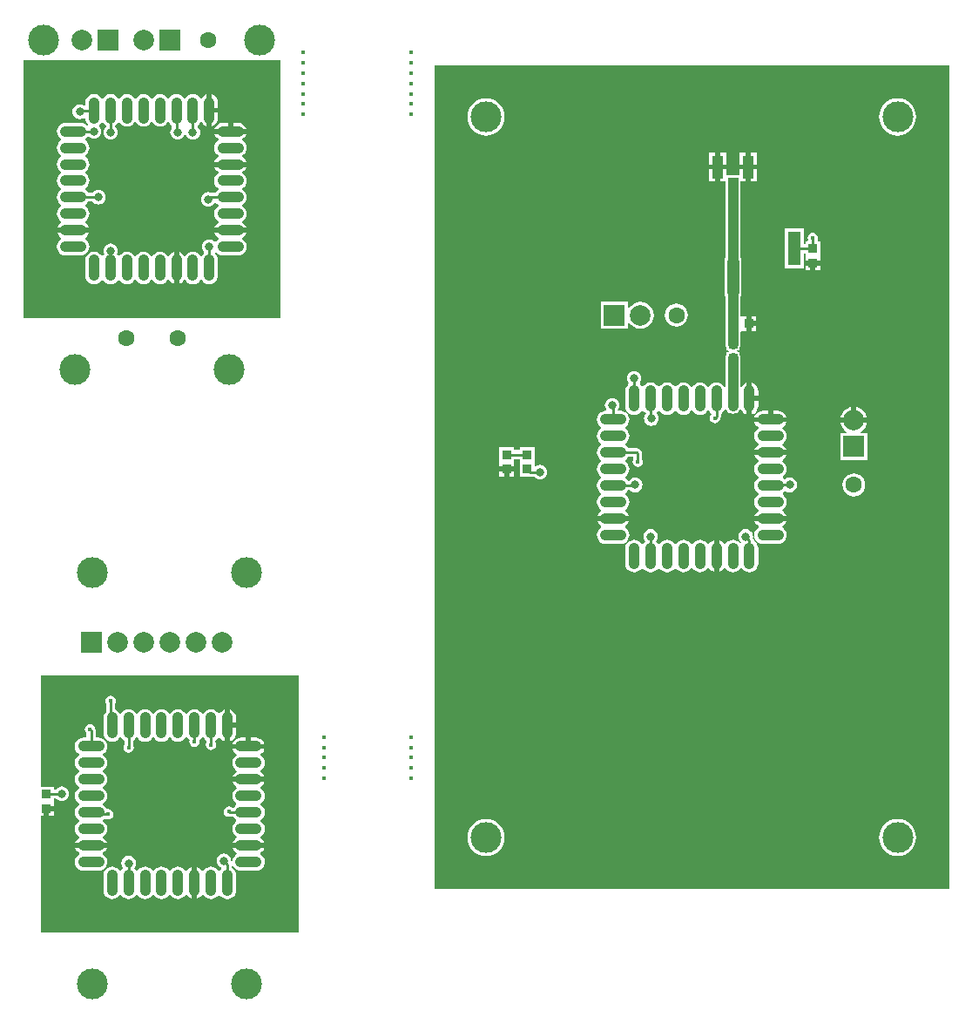
<source format=gtl>
G04 Layer_Physical_Order=1*
G04 Layer_Color=255*
%FSLAX44Y44*%
%MOMM*%
G71*
G01*
G75*
%ADD10R,0.8500X0.8500*%
%ADD11O,2.5500X1.1000*%
%ADD12O,1.1000X2.5500*%
%ADD13R,1.0500X2.2000*%
%ADD14R,1.0000X1.0500*%
%ADD15R,0.8500X0.8500*%
%ADD16R,1.2700X3.3000*%
%ADD17C,0.2540*%
%ADD18C,1.0000*%
%ADD19C,2.0000*%
%ADD20R,2.0000X2.0000*%
%ADD21R,2.0000X2.0000*%
%ADD22C,1.6000*%
%ADD23C,1.0000*%
%ADD24C,0.4600*%
%ADD25C,0.4000*%
%ADD26C,0.8000*%
%ADD27C,3.0000*%
G36*
X250000Y0D02*
X0D01*
Y113250D01*
X2500D01*
Y120500D01*
X5000D01*
Y123000D01*
X12250D01*
Y127250D01*
Y130646D01*
X14517D01*
X15008Y130007D01*
X16470Y128885D01*
X18173Y128180D01*
X20000Y127940D01*
X21827Y128180D01*
X23530Y128885D01*
X24992Y130007D01*
X26114Y131470D01*
X26820Y133173D01*
X27060Y135000D01*
X26820Y136827D01*
X26114Y138530D01*
X24992Y139992D01*
X23530Y141114D01*
X21827Y141820D01*
X20000Y142060D01*
X18173Y141820D01*
X16470Y141114D01*
X15008Y139992D01*
X14517Y139354D01*
X12250D01*
Y141750D01*
X0D01*
Y250000D01*
X250000D01*
Y0D01*
D02*
G37*
G36*
X232500Y597500D02*
X-17500D01*
Y847500D01*
X232500D01*
Y597500D01*
D02*
G37*
G36*
X882500Y42500D02*
X382500D01*
Y842500D01*
X882500D01*
Y42500D01*
D02*
G37*
%LPC*%
G36*
X47500Y202598D02*
X45549Y202210D01*
X43895Y201105D01*
X42790Y199451D01*
X42402Y197500D01*
X42790Y195549D01*
X43895Y193895D01*
X44146Y193727D01*
Y189573D01*
X41250D01*
X39031Y189281D01*
X36963Y188425D01*
X35188Y187062D01*
X33825Y185287D01*
X32969Y183219D01*
X32677Y181000D01*
X32969Y178781D01*
X33825Y176713D01*
X35188Y174938D01*
X36774Y173721D01*
X36879Y173000D01*
X36774Y172279D01*
X35188Y171062D01*
X33825Y169287D01*
X32969Y167219D01*
X32677Y165000D01*
X32969Y162781D01*
X33825Y160713D01*
X35188Y158938D01*
X36774Y157721D01*
X36879Y157000D01*
X36774Y156279D01*
X35188Y155062D01*
X33825Y153287D01*
X32969Y151219D01*
X32677Y149000D01*
X32969Y146781D01*
X33825Y144713D01*
X35188Y142938D01*
X36774Y141721D01*
X36879Y141000D01*
X36774Y140279D01*
X35188Y139062D01*
X33825Y137287D01*
X32969Y135219D01*
X32677Y133000D01*
X32969Y130781D01*
X33825Y128713D01*
X35188Y126938D01*
X36774Y125721D01*
X36879Y125000D01*
X36774Y124279D01*
X35188Y123062D01*
X33825Y121287D01*
X32969Y119219D01*
X32677Y117000D01*
X32969Y114781D01*
X33825Y112713D01*
X35188Y110938D01*
X36774Y109721D01*
X36879Y109000D01*
X36774Y108279D01*
X35188Y107062D01*
X33825Y105287D01*
X32969Y103219D01*
X32677Y101000D01*
X32969Y98781D01*
X33825Y96713D01*
X35188Y94938D01*
X36774Y93721D01*
X36879Y93000D01*
X36774Y92279D01*
X35188Y91062D01*
X33825Y89287D01*
X33085Y87500D01*
X48500D01*
X63915D01*
X63175Y89287D01*
X61812Y91062D01*
X60226Y92279D01*
X60121Y93000D01*
X60226Y93721D01*
X61812Y94938D01*
X63175Y96713D01*
X64031Y98781D01*
X64323Y101000D01*
X64031Y103219D01*
X63175Y105287D01*
X61812Y107062D01*
X60226Y108279D01*
X60121Y109000D01*
X60226Y109721D01*
X61433Y110646D01*
X62516D01*
X63049Y110290D01*
X65000Y109902D01*
X66951Y110290D01*
X68605Y111395D01*
X69710Y113049D01*
X70098Y115000D01*
X69710Y116951D01*
X68605Y118605D01*
X66951Y119710D01*
X65000Y120098D01*
X63769Y119853D01*
X63175Y121287D01*
X61812Y123062D01*
X60226Y124279D01*
X60121Y125000D01*
X60226Y125721D01*
X61812Y126938D01*
X63175Y128713D01*
X64031Y130781D01*
X64323Y133000D01*
X64031Y135219D01*
X63175Y137287D01*
X61812Y139062D01*
X60226Y140279D01*
X60121Y141000D01*
X60226Y141721D01*
X61812Y142938D01*
X63175Y144713D01*
X64031Y146781D01*
X64323Y149000D01*
X64031Y151219D01*
X63175Y153287D01*
X61812Y155062D01*
X60226Y156279D01*
X60121Y157000D01*
X60226Y157721D01*
X61812Y158938D01*
X63175Y160713D01*
X64031Y162781D01*
X64323Y165000D01*
X64031Y167219D01*
X63175Y169287D01*
X61812Y171062D01*
X60226Y172279D01*
X60121Y173000D01*
X60226Y173721D01*
X61812Y174938D01*
X63175Y176713D01*
X64031Y178781D01*
X64323Y181000D01*
X64031Y183219D01*
X63175Y185287D01*
X61812Y187062D01*
X60037Y188425D01*
X57969Y189281D01*
X55750Y189573D01*
X52854D01*
Y196500D01*
X52522Y198166D01*
X52441Y198287D01*
X52210Y199451D01*
X51105Y201105D01*
X49451Y202210D01*
X47500Y202598D01*
D02*
G37*
G36*
X12250Y118000D02*
X7500D01*
Y113250D01*
X12250D01*
Y118000D01*
D02*
G37*
G36*
X85000Y74560D02*
X83173Y74320D01*
X81470Y73615D01*
X80008Y72492D01*
X78885Y71030D01*
X78180Y69327D01*
X77940Y67500D01*
X78180Y65673D01*
X78885Y63970D01*
X79947Y62587D01*
X78938Y61812D01*
X77721Y60226D01*
X77000Y60121D01*
X76279Y60226D01*
X75062Y61812D01*
X73287Y63175D01*
X71219Y64031D01*
X69000Y64323D01*
X66781Y64031D01*
X64713Y63175D01*
X62938Y61812D01*
X61575Y60037D01*
X60719Y57969D01*
X60427Y55750D01*
Y41250D01*
X60719Y39031D01*
X61575Y36963D01*
X62938Y35188D01*
X64713Y33825D01*
X66781Y32969D01*
X69000Y32677D01*
X71219Y32969D01*
X73287Y33825D01*
X75062Y35188D01*
X76279Y36774D01*
X77000Y36879D01*
X77721Y36774D01*
X78938Y35188D01*
X80713Y33825D01*
X82781Y32969D01*
X85000Y32677D01*
X87219Y32969D01*
X89287Y33825D01*
X91062Y35188D01*
X92279Y36774D01*
X93000Y36879D01*
X93721Y36774D01*
X94938Y35188D01*
X96713Y33825D01*
X98781Y32969D01*
X101000Y32677D01*
X103219Y32969D01*
X105287Y33825D01*
X107062Y35188D01*
X108279Y36774D01*
X109000Y36879D01*
X109721Y36774D01*
X110938Y35188D01*
X112713Y33825D01*
X114781Y32969D01*
X117000Y32677D01*
X119219Y32969D01*
X121287Y33825D01*
X123062Y35188D01*
X124279Y36774D01*
X125000Y36879D01*
X125721Y36774D01*
X126938Y35188D01*
X128713Y33825D01*
X130781Y32969D01*
X133000Y32677D01*
X135219Y32969D01*
X137287Y33825D01*
X139062Y35188D01*
X140279Y36774D01*
X141000Y36879D01*
X141721Y36774D01*
X142938Y35188D01*
X144713Y33825D01*
X146500Y33085D01*
Y48500D01*
Y63915D01*
X144713Y63175D01*
X142938Y61812D01*
X141721Y60226D01*
X141000Y60121D01*
X140279Y60226D01*
X139062Y61812D01*
X137287Y63175D01*
X135219Y64031D01*
X133000Y64323D01*
X130781Y64031D01*
X128713Y63175D01*
X126938Y61812D01*
X125721Y60226D01*
X125000Y60121D01*
X124279Y60226D01*
X123062Y61812D01*
X121287Y63175D01*
X119219Y64031D01*
X117000Y64323D01*
X114781Y64031D01*
X112713Y63175D01*
X110938Y61812D01*
X109721Y60226D01*
X109000Y60121D01*
X108279Y60226D01*
X107062Y61812D01*
X105287Y63175D01*
X103219Y64031D01*
X101000Y64323D01*
X98781Y64031D01*
X96713Y63175D01*
X94938Y61812D01*
X93721Y60226D01*
X93000Y60121D01*
X92279Y60226D01*
X91062Y61812D01*
X90053Y62587D01*
X91115Y63970D01*
X91820Y65673D01*
X92060Y67500D01*
X91820Y69327D01*
X91115Y71030D01*
X89993Y72492D01*
X88530Y73615D01*
X86827Y74320D01*
X85000Y74560D01*
D02*
G37*
G36*
X63915Y82500D02*
X48500D01*
X33085D01*
X33825Y80713D01*
X35188Y78938D01*
X36774Y77721D01*
X36879Y77000D01*
X36774Y76279D01*
X35188Y75062D01*
X33825Y73287D01*
X32969Y71219D01*
X32677Y69000D01*
X32969Y66781D01*
X33825Y64713D01*
X35188Y62938D01*
X36963Y61575D01*
X39031Y60719D01*
X41250Y60427D01*
X55750D01*
X57969Y60719D01*
X60037Y61575D01*
X61812Y62938D01*
X63175Y64713D01*
X64031Y66781D01*
X64323Y69000D01*
X64031Y71219D01*
X63175Y73287D01*
X61812Y75062D01*
X60226Y76279D01*
X60121Y77000D01*
X60226Y77721D01*
X61812Y78938D01*
X63175Y80713D01*
X63915Y82500D01*
D02*
G37*
G36*
X216915D02*
X201500D01*
X186085D01*
X186825Y80713D01*
X188188Y78938D01*
X189774Y77721D01*
X189879Y77000D01*
X189774Y76279D01*
X188188Y75062D01*
X186825Y73287D01*
X185969Y71219D01*
X185797Y69917D01*
X184560Y70000D01*
X184320Y71827D01*
X183615Y73530D01*
X182492Y74992D01*
X181030Y76115D01*
X179327Y76820D01*
X177500Y77060D01*
X175673Y76820D01*
X173970Y76115D01*
X172508Y74992D01*
X171385Y73530D01*
X170680Y71827D01*
X170440Y70000D01*
X170680Y68173D01*
X171385Y66470D01*
X172508Y65008D01*
X173970Y63885D01*
X174998Y63460D01*
X175191Y62007D01*
X174938Y61812D01*
X173721Y60226D01*
X173000Y60121D01*
X172279Y60226D01*
X171062Y61812D01*
X169287Y63175D01*
X167219Y64031D01*
X165000Y64323D01*
X162781Y64031D01*
X160713Y63175D01*
X158938Y61812D01*
X157721Y60226D01*
X157000Y60121D01*
X156279Y60226D01*
X155062Y61812D01*
X153287Y63175D01*
X151500Y63915D01*
Y48500D01*
Y33085D01*
X153287Y33825D01*
X155062Y35188D01*
X156279Y36774D01*
X157000Y36879D01*
X157721Y36774D01*
X158938Y35188D01*
X160713Y33825D01*
X162781Y32969D01*
X165000Y32677D01*
X167219Y32969D01*
X169287Y33825D01*
X171062Y35188D01*
X172279Y36774D01*
X173000Y36879D01*
X173721Y36774D01*
X174938Y35188D01*
X176713Y33825D01*
X178781Y32969D01*
X181000Y32677D01*
X183219Y32969D01*
X185287Y33825D01*
X187062Y35188D01*
X188425Y36963D01*
X189281Y39031D01*
X189573Y41250D01*
Y55750D01*
X189281Y57969D01*
X188425Y60037D01*
X187062Y61812D01*
X185354Y63123D01*
Y64948D01*
X186624Y65200D01*
X186825Y64713D01*
X188188Y62938D01*
X189963Y61575D01*
X192031Y60719D01*
X194250Y60427D01*
X208750D01*
X210969Y60719D01*
X213037Y61575D01*
X214812Y62938D01*
X216175Y64713D01*
X217031Y66781D01*
X217323Y69000D01*
X217031Y71219D01*
X216175Y73287D01*
X214812Y75062D01*
X213226Y76279D01*
X213121Y77000D01*
X213226Y77721D01*
X214812Y78938D01*
X216175Y80713D01*
X216915Y82500D01*
D02*
G37*
G36*
X67500Y230098D02*
X65549Y229710D01*
X63895Y228605D01*
X62790Y226951D01*
X62402Y225000D01*
X62790Y223049D01*
X63146Y222516D01*
Y214972D01*
X62938Y214812D01*
X61575Y213037D01*
X60719Y210969D01*
X60427Y208750D01*
Y194250D01*
X60719Y192031D01*
X61575Y189963D01*
X62938Y188188D01*
X64713Y186825D01*
X66781Y185969D01*
X69000Y185677D01*
X71219Y185969D01*
X73287Y186825D01*
X75062Y188188D01*
X76279Y189774D01*
X77000Y189879D01*
X77721Y189774D01*
X78938Y188188D01*
X80646Y186877D01*
Y182484D01*
X80290Y181951D01*
X79902Y180000D01*
X80290Y178049D01*
X81395Y176395D01*
X83049Y175290D01*
X85000Y174902D01*
X86951Y175290D01*
X88605Y176395D01*
X89710Y178049D01*
X90098Y180000D01*
X89710Y181951D01*
X89354Y182484D01*
Y186877D01*
X91062Y188188D01*
X92279Y189774D01*
X93000Y189879D01*
X93721Y189774D01*
X94938Y188188D01*
X96713Y186825D01*
X98781Y185969D01*
X101000Y185677D01*
X103219Y185969D01*
X105287Y186825D01*
X107062Y188188D01*
X108279Y189774D01*
X109000Y189879D01*
X109721Y189774D01*
X110938Y188188D01*
X112713Y186825D01*
X114781Y185969D01*
X117000Y185677D01*
X119219Y185969D01*
X121287Y186825D01*
X123062Y188188D01*
X124279Y189774D01*
X125000Y189879D01*
X125721Y189774D01*
X126938Y188188D01*
X128713Y186825D01*
X130781Y185969D01*
X133000Y185677D01*
X135219Y185969D01*
X137287Y186825D01*
X139062Y188188D01*
X140279Y189774D01*
X141000Y189879D01*
X141721Y189774D01*
X142938Y188188D01*
X144208Y187213D01*
X143902Y185677D01*
X144290Y183726D01*
X145395Y182072D01*
X147049Y180967D01*
X149000Y180579D01*
X150951Y180967D01*
X152605Y182072D01*
X153710Y183726D01*
X154098Y185677D01*
X153792Y187213D01*
X155062Y188188D01*
X156279Y189774D01*
X157000Y189879D01*
X157721Y189774D01*
X158938Y188188D01*
X160646Y186877D01*
Y184984D01*
X160290Y184451D01*
X159902Y182500D01*
X160290Y180549D01*
X161395Y178895D01*
X163049Y177790D01*
X165000Y177402D01*
X166951Y177790D01*
X168605Y178895D01*
X169710Y180549D01*
X170098Y182500D01*
X169710Y184451D01*
X169354Y184984D01*
Y186877D01*
X171062Y188188D01*
X172279Y189774D01*
X173000Y189879D01*
X173721Y189774D01*
X174938Y188188D01*
X176713Y186825D01*
X178500Y186085D01*
Y201500D01*
Y216915D01*
X176713Y216175D01*
X174938Y214812D01*
X173721Y213226D01*
X173000Y213121D01*
X172279Y213226D01*
X171062Y214812D01*
X169287Y216175D01*
X167219Y217031D01*
X165000Y217323D01*
X162781Y217031D01*
X160713Y216175D01*
X158938Y214812D01*
X157721Y213226D01*
X157000Y213121D01*
X156279Y213226D01*
X155062Y214812D01*
X153287Y216175D01*
X151219Y217031D01*
X149000Y217323D01*
X146781Y217031D01*
X144713Y216175D01*
X142938Y214812D01*
X141721Y213226D01*
X141000Y213121D01*
X140279Y213226D01*
X139062Y214812D01*
X137287Y216175D01*
X135219Y217031D01*
X133000Y217323D01*
X130781Y217031D01*
X128713Y216175D01*
X126938Y214812D01*
X125721Y213226D01*
X125000Y213121D01*
X124279Y213226D01*
X123062Y214812D01*
X121287Y216175D01*
X119219Y217031D01*
X117000Y217323D01*
X114781Y217031D01*
X112713Y216175D01*
X110938Y214812D01*
X109721Y213226D01*
X109000Y213121D01*
X108279Y213226D01*
X107062Y214812D01*
X105287Y216175D01*
X103219Y217031D01*
X101000Y217323D01*
X98781Y217031D01*
X96713Y216175D01*
X94938Y214812D01*
X93721Y213226D01*
X93000Y213121D01*
X92279Y213226D01*
X91062Y214812D01*
X89287Y216175D01*
X87219Y217031D01*
X85000Y217323D01*
X82781Y217031D01*
X80713Y216175D01*
X78938Y214812D01*
X77721Y213226D01*
X77000Y213121D01*
X76279Y213226D01*
X75062Y214812D01*
X73287Y216175D01*
X71854Y216768D01*
Y222516D01*
X72210Y223049D01*
X72598Y225000D01*
X72210Y226951D01*
X71105Y228605D01*
X69451Y229710D01*
X67500Y230098D01*
D02*
G37*
G36*
X189573Y199000D02*
X183500D01*
Y186085D01*
X185287Y186825D01*
X187062Y188188D01*
X188425Y189963D01*
X189281Y192031D01*
X189573Y194250D01*
Y199000D01*
D02*
G37*
G36*
X183500Y216915D02*
Y204000D01*
X189573D01*
Y208750D01*
X189281Y210969D01*
X188425Y213037D01*
X187062Y214812D01*
X185287Y216175D01*
X183500Y216915D01*
D02*
G37*
G36*
X208750Y189573D02*
X204000D01*
Y183500D01*
X216915D01*
X216175Y185287D01*
X214812Y187062D01*
X213037Y188425D01*
X210969Y189281D01*
X208750Y189573D01*
D02*
G37*
G36*
X216915Y146500D02*
X201500D01*
X186085D01*
X186825Y144713D01*
X188188Y142938D01*
X189774Y141721D01*
X189879Y141000D01*
X189774Y140279D01*
X188188Y139062D01*
X186825Y137287D01*
X185969Y135219D01*
X185677Y133000D01*
X185969Y130781D01*
X186825Y128713D01*
X188188Y126938D01*
X189774Y125721D01*
X189879Y125000D01*
X189774Y124279D01*
X188188Y123062D01*
X186877Y121354D01*
X185732D01*
X184451Y122210D01*
X182500Y122598D01*
X180549Y122210D01*
X178895Y121105D01*
X177790Y119451D01*
X177402Y117500D01*
X177790Y115549D01*
X178895Y113895D01*
X180549Y112790D01*
X182500Y112402D01*
X183728Y112646D01*
X186877D01*
X188188Y110938D01*
X189774Y109721D01*
X189879Y109000D01*
X189774Y108279D01*
X188188Y107062D01*
X186825Y105287D01*
X185969Y103219D01*
X185677Y101000D01*
X185969Y98781D01*
X186825Y96713D01*
X188188Y94938D01*
X189774Y93721D01*
X189879Y93000D01*
X189774Y92279D01*
X188188Y91062D01*
X186825Y89287D01*
X186085Y87500D01*
X201500D01*
X216915D01*
X216175Y89287D01*
X214812Y91062D01*
X213226Y92279D01*
X213121Y93000D01*
X213226Y93721D01*
X214812Y94938D01*
X216175Y96713D01*
X217031Y98781D01*
X217323Y101000D01*
X217031Y103219D01*
X216175Y105287D01*
X214812Y107062D01*
X213226Y108279D01*
X213121Y109000D01*
X213226Y109721D01*
X214812Y110938D01*
X216175Y112713D01*
X217031Y114781D01*
X217323Y117000D01*
X217031Y119219D01*
X216175Y121287D01*
X214812Y123062D01*
X213226Y124279D01*
X213121Y125000D01*
X213226Y125721D01*
X214812Y126938D01*
X216175Y128713D01*
X217031Y130781D01*
X217323Y133000D01*
X217031Y135219D01*
X216175Y137287D01*
X214812Y139062D01*
X213226Y140279D01*
X213121Y141000D01*
X213226Y141721D01*
X214812Y142938D01*
X216175Y144713D01*
X216915Y146500D01*
D02*
G37*
G36*
X216915Y178500D02*
X201500D01*
X186085D01*
X186825Y176713D01*
X188188Y174938D01*
X189774Y173721D01*
X189879Y173000D01*
X189774Y172279D01*
X188188Y171062D01*
X186825Y169287D01*
X185969Y167219D01*
X185677Y165000D01*
X185969Y162781D01*
X186825Y160713D01*
X188188Y158938D01*
X189774Y157721D01*
X189879Y157000D01*
X189774Y156279D01*
X188188Y155062D01*
X186825Y153287D01*
X186085Y151500D01*
X201500D01*
X216915D01*
X216175Y153287D01*
X214812Y155062D01*
X213226Y156279D01*
X213121Y157000D01*
X213226Y157721D01*
X214812Y158938D01*
X216175Y160713D01*
X217031Y162781D01*
X217323Y165000D01*
X217031Y167219D01*
X216175Y169287D01*
X214812Y171062D01*
X213226Y172279D01*
X213121Y173000D01*
X213226Y173721D01*
X214812Y174938D01*
X216175Y176713D01*
X216915Y178500D01*
D02*
G37*
G36*
X199000Y189573D02*
X194250D01*
X192031Y189281D01*
X189963Y188425D01*
X188188Y187062D01*
X186825Y185287D01*
X186085Y183500D01*
X199000D01*
Y189573D01*
D02*
G37*
G36*
X199415Y776000D02*
X184000D01*
X168585D01*
X169325Y774213D01*
X170688Y772438D01*
X172274Y771221D01*
X172379Y770500D01*
X172274Y769779D01*
X170688Y768562D01*
X169325Y766787D01*
X168469Y764719D01*
X168177Y762500D01*
X168469Y760281D01*
X169325Y758213D01*
X170688Y756438D01*
X172274Y755221D01*
X172379Y754500D01*
X172274Y753779D01*
X170688Y752562D01*
X169325Y750787D01*
X168585Y749000D01*
X184000D01*
X199415D01*
X198675Y750787D01*
X197312Y752562D01*
X195726Y753779D01*
X195621Y754500D01*
X195726Y755221D01*
X197312Y756438D01*
X198675Y758213D01*
X199531Y760281D01*
X199823Y762500D01*
X199531Y764719D01*
X198675Y766787D01*
X197312Y768562D01*
X195726Y769779D01*
X195621Y770500D01*
X195726Y771221D01*
X197312Y772438D01*
X198675Y774213D01*
X199415Y776000D01*
D02*
G37*
G36*
X172073Y796500D02*
X166000D01*
Y783585D01*
X167787Y784325D01*
X169562Y785688D01*
X170925Y787463D01*
X171781Y789531D01*
X172073Y791750D01*
Y796500D01*
D02*
G37*
G36*
X166000Y814415D02*
Y801500D01*
X172073D01*
Y806250D01*
X171781Y808469D01*
X170925Y810537D01*
X169562Y812312D01*
X167787Y813675D01*
X166000Y814415D01*
D02*
G37*
G36*
X147500Y814823D02*
X145281Y814531D01*
X143213Y813675D01*
X141438Y812312D01*
X140221Y810726D01*
X139500Y810621D01*
X138779Y810726D01*
X137562Y812312D01*
X135787Y813675D01*
X133719Y814531D01*
X131500Y814823D01*
X129281Y814531D01*
X127213Y813675D01*
X125438Y812312D01*
X124221Y810726D01*
X123500Y810621D01*
X122779Y810726D01*
X121562Y812312D01*
X119787Y813675D01*
X117719Y814531D01*
X115500Y814823D01*
X113281Y814531D01*
X111213Y813675D01*
X109438Y812312D01*
X108221Y810726D01*
X107500Y810621D01*
X106779Y810726D01*
X105562Y812312D01*
X103787Y813675D01*
X101719Y814531D01*
X99500Y814823D01*
X97281Y814531D01*
X95213Y813675D01*
X93438Y812312D01*
X92221Y810726D01*
X91500Y810621D01*
X90779Y810726D01*
X89562Y812312D01*
X87787Y813675D01*
X85719Y814531D01*
X83500Y814823D01*
X81281Y814531D01*
X79213Y813675D01*
X77438Y812312D01*
X76221Y810726D01*
X75500Y810621D01*
X74779Y810726D01*
X73562Y812312D01*
X71787Y813675D01*
X69719Y814531D01*
X67500Y814823D01*
X65281Y814531D01*
X63213Y813675D01*
X61438Y812312D01*
X60221Y810726D01*
X59500Y810621D01*
X58779Y810726D01*
X57562Y812312D01*
X55787Y813675D01*
X53719Y814531D01*
X51500Y814823D01*
X49281Y814531D01*
X47213Y813675D01*
X45438Y812312D01*
X44075Y810537D01*
X43219Y808469D01*
X42927Y806250D01*
Y803354D01*
X41370D01*
X41030Y803614D01*
X39327Y804320D01*
X37500Y804560D01*
X35673Y804320D01*
X33970Y803614D01*
X32508Y802492D01*
X31386Y801030D01*
X30680Y799327D01*
X30440Y797500D01*
X30680Y795673D01*
X31386Y793970D01*
X32508Y792507D01*
X33970Y791385D01*
X35673Y790680D01*
X37500Y790440D01*
X39327Y790680D01*
X41030Y791385D01*
X41657Y791866D01*
X41973Y791837D01*
X42988Y791287D01*
X43219Y789531D01*
X44075Y787463D01*
X45438Y785688D01*
X45467Y785665D01*
X45547Y784453D01*
X44335Y784533D01*
X44312Y784562D01*
X42537Y785925D01*
X40469Y786781D01*
X38250Y787073D01*
X23750D01*
X21531Y786781D01*
X19463Y785925D01*
X17688Y784562D01*
X16325Y782787D01*
X15469Y780719D01*
X15177Y778500D01*
X15469Y776281D01*
X16325Y774213D01*
X17688Y772438D01*
X19274Y771221D01*
X19379Y770500D01*
X19274Y769779D01*
X17688Y768562D01*
X16325Y766787D01*
X15469Y764719D01*
X15177Y762500D01*
X15469Y760281D01*
X16325Y758213D01*
X17688Y756438D01*
X19274Y755221D01*
X19379Y754500D01*
X19274Y753779D01*
X17688Y752562D01*
X16325Y750787D01*
X15469Y748719D01*
X15177Y746500D01*
X15469Y744281D01*
X16325Y742213D01*
X17688Y740438D01*
X19274Y739221D01*
X19379Y738500D01*
X19274Y737779D01*
X17688Y736562D01*
X16325Y734787D01*
X15469Y732719D01*
X15177Y730500D01*
X15469Y728281D01*
X16325Y726213D01*
X17688Y724438D01*
X19274Y723221D01*
X19379Y722500D01*
X19274Y721779D01*
X17688Y720562D01*
X16325Y718787D01*
X15469Y716719D01*
X15177Y714500D01*
X15469Y712281D01*
X16325Y710213D01*
X17688Y708438D01*
X19274Y707221D01*
X19379Y706500D01*
X19274Y705779D01*
X17688Y704562D01*
X16325Y702787D01*
X15469Y700719D01*
X15177Y698500D01*
X15469Y696281D01*
X16325Y694213D01*
X17688Y692438D01*
X19274Y691221D01*
X19379Y690500D01*
X19274Y689779D01*
X17688Y688562D01*
X16325Y686787D01*
X15585Y685000D01*
X31000D01*
X46415D01*
X45675Y686787D01*
X44312Y688562D01*
X42726Y689779D01*
X42621Y690500D01*
X42726Y691221D01*
X44312Y692438D01*
X45675Y694213D01*
X46531Y696281D01*
X46823Y698500D01*
X46531Y700719D01*
X45675Y702787D01*
X44312Y704562D01*
X42726Y705779D01*
X42621Y706500D01*
X42726Y707221D01*
X44312Y708438D01*
X45623Y710146D01*
X50017D01*
X50508Y709508D01*
X51970Y708385D01*
X53673Y707680D01*
X55500Y707440D01*
X57327Y707680D01*
X59030Y708385D01*
X60493Y709508D01*
X61614Y710970D01*
X62320Y712673D01*
X62560Y714500D01*
X62320Y716327D01*
X61614Y718030D01*
X60493Y719492D01*
X59030Y720614D01*
X57327Y721320D01*
X55500Y721560D01*
X53673Y721320D01*
X51970Y720614D01*
X50508Y719492D01*
X50017Y718854D01*
X45623D01*
X44312Y720562D01*
X42726Y721779D01*
X42621Y722500D01*
X42726Y723221D01*
X44312Y724438D01*
X45675Y726213D01*
X46531Y728281D01*
X46823Y730500D01*
X46531Y732719D01*
X45675Y734787D01*
X44312Y736562D01*
X42726Y737779D01*
X42621Y738500D01*
X42726Y739221D01*
X44312Y740438D01*
X45675Y742213D01*
X46531Y744281D01*
X46823Y746500D01*
X46531Y748719D01*
X45675Y750787D01*
X44312Y752562D01*
X42726Y753779D01*
X42621Y754500D01*
X42726Y755221D01*
X44312Y756438D01*
X45675Y758213D01*
X46531Y760281D01*
X46823Y762500D01*
X46531Y764719D01*
X45675Y766787D01*
X44312Y768562D01*
X42726Y769779D01*
X42621Y770500D01*
X42726Y771221D01*
X44312Y772438D01*
X45020Y773360D01*
X46375Y773494D01*
X46640Y773406D01*
X47970Y772385D01*
X49673Y771680D01*
X51500Y771440D01*
X53327Y771680D01*
X55030Y772385D01*
X56492Y773508D01*
X57614Y774970D01*
X58320Y776673D01*
X58560Y778500D01*
X58320Y780327D01*
X57614Y782030D01*
X56492Y783492D01*
X56640Y784980D01*
X57562Y785688D01*
X58779Y787274D01*
X59500Y787379D01*
X60221Y787274D01*
X61438Y785688D01*
X63146Y784377D01*
Y782983D01*
X62508Y782492D01*
X61386Y781030D01*
X60680Y779327D01*
X60440Y777500D01*
X60680Y775673D01*
X61386Y773970D01*
X62508Y772507D01*
X63970Y771385D01*
X65673Y770680D01*
X67500Y770440D01*
X69327Y770680D01*
X71030Y771385D01*
X72492Y772507D01*
X73615Y773970D01*
X74320Y775673D01*
X74560Y777500D01*
X74320Y779327D01*
X73615Y781030D01*
X72492Y782492D01*
X71854Y782983D01*
Y784377D01*
X73562Y785688D01*
X74779Y787274D01*
X75500Y787379D01*
X76221Y787274D01*
X77438Y785688D01*
X79213Y784325D01*
X81281Y783469D01*
X83500Y783177D01*
X85719Y783469D01*
X87787Y784325D01*
X89562Y785688D01*
X90779Y787274D01*
X91500Y787379D01*
X92221Y787274D01*
X93438Y785688D01*
X95213Y784325D01*
X97281Y783469D01*
X99500Y783177D01*
X101719Y783469D01*
X103787Y784325D01*
X105562Y785688D01*
X106779Y787274D01*
X107500Y787379D01*
X108221Y787274D01*
X109438Y785688D01*
X111213Y784325D01*
X113281Y783469D01*
X115500Y783177D01*
X117719Y783469D01*
X119787Y784325D01*
X121562Y785688D01*
X122779Y787274D01*
X123500Y787379D01*
X124221Y787274D01*
X125438Y785688D01*
X127146Y784377D01*
Y782022D01*
X126385Y781030D01*
X125680Y779327D01*
X125440Y777500D01*
X125680Y775673D01*
X126385Y773970D01*
X127508Y772507D01*
X128970Y771385D01*
X130673Y770680D01*
X132500Y770440D01*
X134327Y770680D01*
X136030Y771385D01*
X137493Y772507D01*
X138615Y773970D01*
X139320Y775673D01*
X139360Y775974D01*
X140640D01*
X140680Y775673D01*
X141385Y773970D01*
X142508Y772507D01*
X143970Y771385D01*
X145673Y770680D01*
X147500Y770440D01*
X149327Y770680D01*
X151030Y771385D01*
X152493Y772507D01*
X153615Y773970D01*
X154320Y775673D01*
X154560Y777500D01*
X154320Y779327D01*
X153615Y781030D01*
X152493Y782492D01*
X151854Y782983D01*
Y784377D01*
X153562Y785688D01*
X154779Y787274D01*
X155500Y787379D01*
X156221Y787274D01*
X157438Y785688D01*
X159213Y784325D01*
X161000Y783585D01*
Y799000D01*
Y814415D01*
X159213Y813675D01*
X157438Y812312D01*
X156221Y810726D01*
X155500Y810621D01*
X154779Y810726D01*
X153562Y812312D01*
X151787Y813675D01*
X149719Y814531D01*
X147500Y814823D01*
D02*
G37*
G36*
X191250Y787073D02*
X186500D01*
Y781000D01*
X199415D01*
X198675Y782787D01*
X197312Y784562D01*
X195537Y785925D01*
X193469Y786781D01*
X191250Y787073D01*
D02*
G37*
G36*
X181500D02*
X176750D01*
X174531Y786781D01*
X172463Y785925D01*
X170688Y784562D01*
X169325Y782787D01*
X168585Y781000D01*
X181500D01*
Y787073D01*
D02*
G37*
G36*
X46415Y680000D02*
X31000D01*
X15585D01*
X16325Y678213D01*
X17688Y676438D01*
X19274Y675221D01*
X19379Y674500D01*
X19274Y673779D01*
X17688Y672562D01*
X16325Y670787D01*
X15469Y668719D01*
X15177Y666500D01*
X15469Y664281D01*
X16325Y662213D01*
X17688Y660438D01*
X19463Y659075D01*
X21531Y658219D01*
X23750Y657927D01*
X38250D01*
X40469Y658219D01*
X42537Y659075D01*
X44312Y660438D01*
X45675Y662213D01*
X46531Y664281D01*
X46823Y666500D01*
X46531Y668719D01*
X45675Y670787D01*
X44312Y672562D01*
X42726Y673779D01*
X42621Y674500D01*
X42726Y675221D01*
X44312Y676438D01*
X45675Y678213D01*
X46415Y680000D01*
D02*
G37*
G36*
X199415D02*
X184000D01*
X168585D01*
X169325Y678213D01*
X170688Y676438D01*
X172274Y675221D01*
X172379Y674500D01*
X172274Y673779D01*
X170688Y672562D01*
X169980Y671640D01*
X168633Y671506D01*
X168350Y671602D01*
X167030Y672615D01*
X165327Y673320D01*
X163500Y673560D01*
X161673Y673320D01*
X159970Y672615D01*
X158508Y671492D01*
X157386Y670030D01*
X156680Y668327D01*
X156440Y666500D01*
X156680Y664673D01*
X157386Y662970D01*
X158508Y661508D01*
X158360Y660020D01*
X157438Y659312D01*
X156221Y657726D01*
X155500Y657621D01*
X154779Y657726D01*
X153562Y659312D01*
X151787Y660675D01*
X149719Y661531D01*
X147500Y661823D01*
X145281Y661531D01*
X143213Y660675D01*
X141438Y659312D01*
X140221Y657726D01*
X139500Y657621D01*
X138779Y657726D01*
X137562Y659312D01*
X135787Y660675D01*
X134000Y661415D01*
Y646000D01*
Y630585D01*
X135787Y631325D01*
X137562Y632688D01*
X138779Y634274D01*
X139500Y634379D01*
X140221Y634274D01*
X141438Y632688D01*
X143213Y631325D01*
X145281Y630469D01*
X147500Y630177D01*
X149719Y630469D01*
X151787Y631325D01*
X153562Y632688D01*
X154779Y634274D01*
X155500Y634379D01*
X156221Y634274D01*
X157438Y632688D01*
X159213Y631325D01*
X161281Y630469D01*
X163500Y630177D01*
X165719Y630469D01*
X167787Y631325D01*
X169562Y632688D01*
X170925Y634463D01*
X171781Y636531D01*
X172073Y638750D01*
Y653250D01*
X171781Y655469D01*
X170925Y657537D01*
X169562Y659312D01*
X169533Y659335D01*
X169453Y660547D01*
X170665Y660467D01*
X170688Y660438D01*
X172463Y659075D01*
X174531Y658219D01*
X176750Y657927D01*
X191250D01*
X193469Y658219D01*
X195537Y659075D01*
X197312Y660438D01*
X198675Y662213D01*
X199531Y664281D01*
X199823Y666500D01*
X199531Y668719D01*
X198675Y670787D01*
X197312Y672562D01*
X195726Y673779D01*
X195621Y674500D01*
X195726Y675221D01*
X197312Y676438D01*
X198675Y678213D01*
X199415Y680000D01*
D02*
G37*
G36*
Y744000D02*
X184000D01*
X168585D01*
X169325Y742213D01*
X170688Y740438D01*
X172274Y739221D01*
X172379Y738500D01*
X172274Y737779D01*
X170688Y736562D01*
X169325Y734787D01*
X168469Y732719D01*
X168177Y730500D01*
X168469Y728281D01*
X169325Y726213D01*
X170688Y724438D01*
X172274Y723221D01*
X172379Y722500D01*
X172274Y721779D01*
X170688Y720562D01*
X169377Y718854D01*
X165453D01*
X164327Y719320D01*
X162500Y719560D01*
X160673Y719320D01*
X158970Y718615D01*
X157508Y717492D01*
X156385Y716030D01*
X155680Y714327D01*
X155440Y712500D01*
X155680Y710673D01*
X156385Y708970D01*
X157508Y707508D01*
X158970Y706385D01*
X160673Y705680D01*
X162500Y705440D01*
X164327Y705680D01*
X166030Y706385D01*
X167493Y707508D01*
X168615Y708970D01*
X168637Y709024D01*
X170091Y709215D01*
X170688Y708438D01*
X172274Y707221D01*
X172379Y706500D01*
X172274Y705779D01*
X170688Y704562D01*
X169325Y702787D01*
X168469Y700719D01*
X168177Y698500D01*
X168469Y696281D01*
X169325Y694213D01*
X170688Y692438D01*
X172274Y691221D01*
X172379Y690500D01*
X172274Y689779D01*
X170688Y688562D01*
X169325Y686787D01*
X168585Y685000D01*
X184000D01*
X199415D01*
X198675Y686787D01*
X197312Y688562D01*
X195726Y689779D01*
X195621Y690500D01*
X195726Y691221D01*
X197312Y692438D01*
X198675Y694213D01*
X199531Y696281D01*
X199823Y698500D01*
X199531Y700719D01*
X198675Y702787D01*
X197312Y704562D01*
X195726Y705779D01*
X195621Y706500D01*
X195726Y707221D01*
X197312Y708438D01*
X198675Y710213D01*
X199531Y712281D01*
X199823Y714500D01*
X199531Y716719D01*
X198675Y718787D01*
X197312Y720562D01*
X195726Y721779D01*
X195621Y722500D01*
X195726Y723221D01*
X197312Y724438D01*
X198675Y726213D01*
X199531Y728281D01*
X199823Y730500D01*
X199531Y732719D01*
X198675Y734787D01*
X197312Y736562D01*
X195726Y737779D01*
X195621Y738500D01*
X195726Y739221D01*
X197312Y740438D01*
X198675Y742213D01*
X199415Y744000D01*
D02*
G37*
G36*
X67500Y669560D02*
X65673Y669320D01*
X63970Y668615D01*
X62508Y667492D01*
X61386Y666030D01*
X60680Y664327D01*
X60440Y662500D01*
X60680Y660673D01*
X61312Y659148D01*
X60221Y657726D01*
X59500Y657621D01*
X58779Y657726D01*
X57562Y659312D01*
X55787Y660675D01*
X53719Y661531D01*
X51500Y661823D01*
X49281Y661531D01*
X47213Y660675D01*
X45438Y659312D01*
X44075Y657537D01*
X43219Y655469D01*
X42927Y653250D01*
Y638750D01*
X43219Y636531D01*
X44075Y634463D01*
X45438Y632688D01*
X47213Y631325D01*
X49281Y630469D01*
X51500Y630177D01*
X53719Y630469D01*
X55787Y631325D01*
X57562Y632688D01*
X58779Y634274D01*
X59500Y634379D01*
X60221Y634274D01*
X61438Y632688D01*
X63213Y631325D01*
X65281Y630469D01*
X67500Y630177D01*
X69719Y630469D01*
X71787Y631325D01*
X73562Y632688D01*
X74779Y634274D01*
X75500Y634379D01*
X76221Y634274D01*
X77438Y632688D01*
X79213Y631325D01*
X81281Y630469D01*
X83500Y630177D01*
X85719Y630469D01*
X87787Y631325D01*
X89562Y632688D01*
X90779Y634274D01*
X91500Y634379D01*
X92221Y634274D01*
X93438Y632688D01*
X95213Y631325D01*
X97281Y630469D01*
X99500Y630177D01*
X101719Y630469D01*
X103787Y631325D01*
X105562Y632688D01*
X106779Y634274D01*
X107500Y634379D01*
X108221Y634274D01*
X109438Y632688D01*
X111213Y631325D01*
X113281Y630469D01*
X115500Y630177D01*
X117719Y630469D01*
X119787Y631325D01*
X121562Y632688D01*
X122779Y634274D01*
X123500Y634379D01*
X124221Y634274D01*
X125438Y632688D01*
X127213Y631325D01*
X129000Y630585D01*
Y646000D01*
Y661415D01*
X127213Y660675D01*
X125438Y659312D01*
X124221Y657726D01*
X123500Y657621D01*
X122779Y657726D01*
X121562Y659312D01*
X119787Y660675D01*
X117719Y661531D01*
X115500Y661823D01*
X113281Y661531D01*
X111213Y660675D01*
X109438Y659312D01*
X108221Y657726D01*
X107500Y657621D01*
X106779Y657726D01*
X105562Y659312D01*
X103787Y660675D01*
X101719Y661531D01*
X99500Y661823D01*
X97281Y661531D01*
X95213Y660675D01*
X93438Y659312D01*
X92221Y657726D01*
X91500Y657621D01*
X90779Y657726D01*
X89562Y659312D01*
X87787Y660675D01*
X85719Y661531D01*
X83500Y661823D01*
X81281Y661531D01*
X79213Y660675D01*
X77438Y659312D01*
X76221Y657726D01*
X75500Y657621D01*
X74779Y657726D01*
X73688Y659148D01*
X74320Y660673D01*
X74560Y662500D01*
X74320Y664327D01*
X73615Y666030D01*
X72492Y667492D01*
X71030Y668615D01*
X69327Y669320D01*
X67500Y669560D01*
D02*
G37*
G36*
X724415Y464000D02*
X709000D01*
X693585D01*
X694325Y462213D01*
X695688Y460438D01*
X697274Y459221D01*
X697379Y458500D01*
X697274Y457779D01*
X695688Y456562D01*
X694325Y454787D01*
X693469Y452719D01*
X693177Y450500D01*
X693469Y448281D01*
X694325Y446213D01*
X695688Y444438D01*
X697274Y443221D01*
X697379Y442500D01*
X697274Y441779D01*
X695688Y440562D01*
X694325Y438787D01*
X693469Y436719D01*
X693177Y434500D01*
X693469Y432281D01*
X694325Y430213D01*
X695688Y428438D01*
X697274Y427221D01*
X697379Y426500D01*
X697274Y425779D01*
X695688Y424562D01*
X694325Y422787D01*
X693469Y420719D01*
X693177Y418500D01*
X693469Y416281D01*
X694325Y414213D01*
X695688Y412438D01*
X697274Y411221D01*
X697379Y410500D01*
X697274Y409779D01*
X695688Y408562D01*
X694325Y406787D01*
X693585Y405000D01*
X709000D01*
X724415D01*
X723675Y406787D01*
X722312Y408562D01*
X720726Y409779D01*
X720621Y410500D01*
X720726Y411221D01*
X722312Y412438D01*
X723675Y414213D01*
X724531Y416281D01*
X724823Y418500D01*
X724531Y420719D01*
X723675Y422787D01*
X722312Y424562D01*
X720726Y425779D01*
X720621Y426500D01*
X720726Y427221D01*
X722312Y428438D01*
X723143Y429520D01*
X723970Y428885D01*
X725673Y428180D01*
X727500Y427940D01*
X729327Y428180D01*
X731030Y428885D01*
X732493Y430008D01*
X733615Y431470D01*
X734320Y433173D01*
X734560Y435000D01*
X734320Y436827D01*
X733615Y438530D01*
X732493Y439992D01*
X731030Y441115D01*
X729327Y441820D01*
X727500Y442060D01*
X725673Y441820D01*
X723970Y441115D01*
X722660Y440109D01*
X722312Y440562D01*
X720726Y441779D01*
X720621Y442500D01*
X720726Y443221D01*
X722312Y444438D01*
X723675Y446213D01*
X724531Y448281D01*
X724823Y450500D01*
X724531Y452719D01*
X723675Y454787D01*
X722312Y456562D01*
X720726Y457779D01*
X720621Y458500D01*
X720726Y459221D01*
X722312Y460438D01*
X723675Y462213D01*
X724415Y464000D01*
D02*
G37*
G36*
X450000Y448000D02*
X445250D01*
Y443250D01*
X450000D01*
Y448000D01*
D02*
G37*
G36*
X724415Y400000D02*
X709000D01*
X693585D01*
X694325Y398213D01*
X695688Y396438D01*
X697274Y395221D01*
X697379Y394500D01*
X697274Y393779D01*
X695688Y392562D01*
X694325Y390787D01*
X693469Y388719D01*
X693177Y386500D01*
X693469Y384281D01*
X694325Y382213D01*
X695688Y380438D01*
X697463Y379075D01*
X699531Y378219D01*
X701750Y377927D01*
X716250D01*
X718469Y378219D01*
X720537Y379075D01*
X722312Y380438D01*
X723675Y382213D01*
X724531Y384281D01*
X724823Y386500D01*
X724531Y388719D01*
X723675Y390787D01*
X722312Y392562D01*
X720726Y393779D01*
X720621Y394500D01*
X720726Y395221D01*
X722312Y396438D01*
X723675Y398213D01*
X724415Y400000D01*
D02*
G37*
G36*
X571415Y400000D02*
X556000D01*
X540585D01*
X541325Y398213D01*
X542688Y396438D01*
X544274Y395221D01*
X544379Y394500D01*
X544274Y393779D01*
X542688Y392562D01*
X541325Y390787D01*
X540469Y388719D01*
X540177Y386500D01*
X540469Y384281D01*
X541325Y382213D01*
X542688Y380438D01*
X544463Y379075D01*
X546531Y378219D01*
X548750Y377927D01*
X563250D01*
X565469Y378219D01*
X567537Y379075D01*
X569312Y380438D01*
X570675Y382213D01*
X571531Y384281D01*
X571823Y386500D01*
X571531Y388719D01*
X570675Y390787D01*
X569312Y392562D01*
X567726Y393779D01*
X567621Y394500D01*
X567726Y395221D01*
X569312Y396438D01*
X570675Y398213D01*
X571415Y400000D01*
D02*
G37*
G36*
X790000Y446095D02*
X787128Y445717D01*
X784453Y444608D01*
X782155Y442845D01*
X780392Y440547D01*
X779283Y437872D01*
X778905Y435000D01*
X779283Y432128D01*
X780392Y429453D01*
X782155Y427155D01*
X784453Y425392D01*
X787128Y424283D01*
X790000Y423905D01*
X792872Y424283D01*
X795547Y425392D01*
X797845Y427155D01*
X799609Y429453D01*
X800717Y432128D01*
X801095Y435000D01*
X800717Y437872D01*
X799609Y440547D01*
X797845Y442845D01*
X795547Y444608D01*
X792872Y445717D01*
X790000Y446095D01*
D02*
G37*
G36*
X685000Y392060D02*
X683173Y391820D01*
X681470Y391115D01*
X680008Y389992D01*
X678885Y388530D01*
X678180Y386827D01*
X677940Y385000D01*
X678180Y383173D01*
X678885Y381470D01*
X680008Y380008D01*
X680514Y379619D01*
X680515Y378496D01*
X679079Y378639D01*
X678562Y379312D01*
X676787Y380675D01*
X674719Y381531D01*
X672500Y381823D01*
X670281Y381531D01*
X668213Y380675D01*
X666438Y379312D01*
X665221Y377726D01*
X664500Y377621D01*
X663779Y377726D01*
X662562Y379312D01*
X660787Y380675D01*
X659000Y381415D01*
Y366000D01*
Y350585D01*
X660787Y351325D01*
X662562Y352688D01*
X663779Y354274D01*
X664500Y354379D01*
X665221Y354274D01*
X666438Y352688D01*
X668213Y351325D01*
X670281Y350469D01*
X672500Y350177D01*
X674719Y350469D01*
X676787Y351325D01*
X678562Y352688D01*
X679779Y354274D01*
X680500Y354379D01*
X681221Y354274D01*
X682438Y352688D01*
X684213Y351325D01*
X686281Y350469D01*
X688500Y350177D01*
X690719Y350469D01*
X692787Y351325D01*
X694562Y352688D01*
X695925Y354463D01*
X696781Y356531D01*
X697073Y358750D01*
Y373250D01*
X696781Y375469D01*
X695925Y377537D01*
X694562Y379312D01*
X692854Y380623D01*
Y381500D01*
X692522Y383166D01*
X691935Y384045D01*
X692060Y385000D01*
X691820Y386827D01*
X691115Y388530D01*
X689992Y389992D01*
X688530Y391115D01*
X686827Y391820D01*
X685000Y392060D01*
D02*
G37*
G36*
X724415Y496000D02*
X709000D01*
X693585D01*
X694325Y494213D01*
X695688Y492438D01*
X697274Y491221D01*
X697379Y490500D01*
X697274Y489779D01*
X695688Y488562D01*
X694325Y486787D01*
X693469Y484719D01*
X693177Y482500D01*
X693469Y480281D01*
X694325Y478213D01*
X695688Y476438D01*
X697274Y475221D01*
X697379Y474500D01*
X697274Y473779D01*
X695688Y472562D01*
X694325Y470787D01*
X693585Y469000D01*
X709000D01*
X724415D01*
X723675Y470787D01*
X722312Y472562D01*
X720726Y473779D01*
X720621Y474500D01*
X720726Y475221D01*
X722312Y476438D01*
X723675Y478213D01*
X724531Y480281D01*
X724823Y482500D01*
X724531Y484719D01*
X723675Y486787D01*
X722312Y488562D01*
X720726Y489779D01*
X720621Y490500D01*
X720726Y491221D01*
X722312Y492438D01*
X723675Y494213D01*
X724415Y496000D01*
D02*
G37*
G36*
X787500Y510483D02*
X786606Y510365D01*
X783444Y509055D01*
X780728Y506972D01*
X778644Y504256D01*
X777335Y501094D01*
X777217Y500200D01*
X787500D01*
Y510483D01*
D02*
G37*
G36*
X792500D02*
Y500200D01*
X802783D01*
X802665Y501094D01*
X801356Y504256D01*
X799272Y506972D01*
X796556Y509055D01*
X793394Y510365D01*
X792500Y510483D01*
D02*
G37*
G36*
X479750Y471750D02*
X465250D01*
Y468854D01*
X459750D01*
Y471750D01*
X445250D01*
Y457250D01*
Y453000D01*
X459750D01*
Y457250D01*
Y460146D01*
X465250D01*
Y457250D01*
Y443250D01*
X474979D01*
X475500Y443146D01*
X479517D01*
X480008Y442508D01*
X481470Y441385D01*
X483173Y440680D01*
X485000Y440440D01*
X486827Y440680D01*
X488530Y441385D01*
X489992Y442508D01*
X491115Y443970D01*
X491820Y445673D01*
X492060Y447500D01*
X491820Y449327D01*
X491115Y451030D01*
X489992Y452492D01*
X488530Y453615D01*
X486827Y454320D01*
X485000Y454560D01*
X483173Y454320D01*
X481470Y453615D01*
X481020Y453269D01*
X479750Y453896D01*
Y457250D01*
Y471750D01*
D02*
G37*
G36*
X459750Y448000D02*
X455000D01*
Y443250D01*
X459750D01*
Y448000D01*
D02*
G37*
G36*
X555000Y519560D02*
X553173Y519320D01*
X551470Y518615D01*
X550008Y517492D01*
X548885Y516030D01*
X548180Y514327D01*
X547940Y512500D01*
X548180Y510673D01*
X548885Y508970D01*
X549366Y508343D01*
X548750Y507073D01*
X546531Y506781D01*
X544463Y505925D01*
X542688Y504562D01*
X541325Y502787D01*
X540469Y500719D01*
X540177Y498500D01*
X540469Y496281D01*
X541325Y494213D01*
X542688Y492438D01*
X544274Y491221D01*
X544379Y490500D01*
X544274Y489779D01*
X542688Y488562D01*
X541325Y486787D01*
X540469Y484719D01*
X540177Y482500D01*
X540469Y480281D01*
X541325Y478213D01*
X542688Y476438D01*
X544274Y475221D01*
X544379Y474500D01*
X544274Y473779D01*
X542688Y472562D01*
X541325Y470787D01*
X540469Y468719D01*
X540177Y466500D01*
X540469Y464281D01*
X541325Y462213D01*
X542688Y460438D01*
X544274Y459221D01*
X544379Y458500D01*
X544274Y457779D01*
X542688Y456562D01*
X541325Y454787D01*
X540469Y452719D01*
X540177Y450500D01*
X540469Y448281D01*
X541325Y446213D01*
X542688Y444438D01*
X544274Y443221D01*
X544379Y442500D01*
X544274Y441779D01*
X542688Y440562D01*
X541325Y438787D01*
X540469Y436719D01*
X540177Y434500D01*
X540469Y432281D01*
X541325Y430213D01*
X542688Y428438D01*
X544274Y427221D01*
X544379Y426500D01*
X544274Y425779D01*
X542688Y424562D01*
X541325Y422787D01*
X540469Y420719D01*
X540177Y418500D01*
X540469Y416281D01*
X541325Y414213D01*
X542688Y412438D01*
X544274Y411221D01*
X544379Y410500D01*
X544274Y409779D01*
X542688Y408562D01*
X541325Y406787D01*
X540585Y405000D01*
X556000D01*
X571415D01*
X570675Y406787D01*
X569312Y408562D01*
X567726Y409779D01*
X567621Y410500D01*
X567726Y411221D01*
X569312Y412438D01*
X570675Y414213D01*
X571531Y416281D01*
X571823Y418500D01*
X571531Y420719D01*
X570675Y422787D01*
X569312Y424562D01*
X567726Y425779D01*
X567621Y426500D01*
X567726Y427221D01*
X569312Y428438D01*
X570623Y430146D01*
X572401D01*
X572508Y430008D01*
X573970Y428885D01*
X575673Y428180D01*
X577500Y427940D01*
X579327Y428180D01*
X581030Y428885D01*
X582492Y430008D01*
X583615Y431470D01*
X584320Y433173D01*
X584560Y435000D01*
X584320Y436827D01*
X583615Y438530D01*
X582492Y439992D01*
X581030Y441115D01*
X579327Y441820D01*
X577500Y442060D01*
X575673Y441820D01*
X573970Y441115D01*
X572508Y439992D01*
X571785Y439051D01*
X570472D01*
X569312Y440562D01*
X567726Y441779D01*
X567621Y442500D01*
X567726Y443221D01*
X569312Y444438D01*
X570675Y446213D01*
X571531Y448281D01*
X571823Y450500D01*
X571531Y452719D01*
X570675Y454787D01*
X569312Y456562D01*
X567726Y457779D01*
X567621Y458500D01*
X567726Y459221D01*
X569312Y460438D01*
X570623Y462146D01*
X575646D01*
Y459984D01*
X575290Y459451D01*
X574902Y457500D01*
X575290Y455549D01*
X576395Y453895D01*
X578049Y452790D01*
X580000Y452402D01*
X581951Y452790D01*
X583605Y453895D01*
X584710Y455549D01*
X585098Y457500D01*
X584710Y459451D01*
X584354Y459984D01*
Y465500D01*
X584022Y467166D01*
X583078Y468578D01*
X582079Y469579D01*
X580666Y470522D01*
X579000Y470854D01*
X570623D01*
X569312Y472562D01*
X567726Y473779D01*
X567621Y474500D01*
X567726Y475221D01*
X569312Y476438D01*
X570675Y478213D01*
X571531Y480281D01*
X571823Y482500D01*
X571531Y484719D01*
X570675Y486787D01*
X569312Y488562D01*
X567726Y489779D01*
X567621Y490500D01*
X567726Y491221D01*
X569312Y492438D01*
X570675Y494213D01*
X571531Y496281D01*
X571823Y498500D01*
X571531Y500719D01*
X570675Y502787D01*
X569312Y504562D01*
X567537Y505925D01*
X565469Y506781D01*
X563250Y507073D01*
X561133D01*
X560634Y508343D01*
X561115Y508970D01*
X561820Y510673D01*
X562060Y512500D01*
X561820Y514327D01*
X561115Y516030D01*
X559992Y517492D01*
X558530Y518615D01*
X556827Y519320D01*
X555000Y519560D01*
D02*
G37*
G36*
X802783Y495200D02*
X790000D01*
X777217D01*
X777335Y494306D01*
X778644Y491144D01*
X780728Y488428D01*
X783150Y486570D01*
X782809Y485300D01*
X777000D01*
Y459300D01*
X803000D01*
Y485300D01*
X797191D01*
X796850Y486570D01*
X799272Y488428D01*
X801356Y491144D01*
X802665Y494306D01*
X802783Y495200D01*
D02*
G37*
G36*
X592500Y392060D02*
X590673Y391820D01*
X588970Y391115D01*
X587508Y389992D01*
X586385Y388530D01*
X585680Y386827D01*
X585440Y385000D01*
X585680Y383173D01*
X586385Y381470D01*
X587447Y380087D01*
X586438Y379312D01*
X585221Y377726D01*
X584500Y377621D01*
X583779Y377726D01*
X582562Y379312D01*
X580787Y380675D01*
X578719Y381531D01*
X576500Y381823D01*
X574281Y381531D01*
X572213Y380675D01*
X570438Y379312D01*
X569075Y377537D01*
X568219Y375469D01*
X567927Y373250D01*
Y358750D01*
X568219Y356531D01*
X569075Y354463D01*
X570438Y352688D01*
X572213Y351325D01*
X574281Y350469D01*
X576500Y350177D01*
X578719Y350469D01*
X580787Y351325D01*
X582562Y352688D01*
X583779Y354274D01*
X584500Y354379D01*
X585221Y354274D01*
X586438Y352688D01*
X588213Y351325D01*
X590281Y350469D01*
X592500Y350177D01*
X594719Y350469D01*
X596787Y351325D01*
X598562Y352688D01*
X599779Y354274D01*
X600500Y354379D01*
X601221Y354274D01*
X602438Y352688D01*
X604213Y351325D01*
X606281Y350469D01*
X608500Y350177D01*
X610719Y350469D01*
X612787Y351325D01*
X614562Y352688D01*
X615779Y354274D01*
X616500Y354379D01*
X617221Y354274D01*
X618438Y352688D01*
X620213Y351325D01*
X622281Y350469D01*
X624500Y350177D01*
X626719Y350469D01*
X628787Y351325D01*
X630562Y352688D01*
X631779Y354274D01*
X632500Y354379D01*
X633221Y354274D01*
X634438Y352688D01*
X636213Y351325D01*
X638281Y350469D01*
X640500Y350177D01*
X642719Y350469D01*
X644787Y351325D01*
X646562Y352688D01*
X647779Y354274D01*
X648500Y354379D01*
X649221Y354274D01*
X650438Y352688D01*
X652213Y351325D01*
X654000Y350585D01*
Y366000D01*
Y381415D01*
X652213Y380675D01*
X650438Y379312D01*
X649221Y377726D01*
X648500Y377621D01*
X647779Y377726D01*
X646562Y379312D01*
X644787Y380675D01*
X642719Y381531D01*
X640500Y381823D01*
X638281Y381531D01*
X636213Y380675D01*
X634438Y379312D01*
X633221Y377726D01*
X632500Y377621D01*
X631779Y377726D01*
X630562Y379312D01*
X628787Y380675D01*
X626719Y381531D01*
X624500Y381823D01*
X622281Y381531D01*
X620213Y380675D01*
X618438Y379312D01*
X617221Y377726D01*
X616500Y377621D01*
X615779Y377726D01*
X614562Y379312D01*
X612787Y380675D01*
X610719Y381531D01*
X608500Y381823D01*
X606281Y381531D01*
X604213Y380675D01*
X602438Y379312D01*
X601221Y377726D01*
X600500Y377621D01*
X599779Y377726D01*
X598562Y379312D01*
X597553Y380087D01*
X598615Y381470D01*
X599320Y383173D01*
X599560Y385000D01*
X599320Y386827D01*
X598615Y388530D01*
X597492Y389992D01*
X596030Y391115D01*
X594327Y391820D01*
X592500Y392060D01*
D02*
G37*
G36*
X832500Y110587D02*
X828971Y110239D01*
X825578Y109210D01*
X822451Y107539D01*
X819710Y105289D01*
X817461Y102549D01*
X815790Y99422D01*
X814760Y96029D01*
X814413Y92500D01*
X814760Y88971D01*
X815790Y85578D01*
X817461Y82451D01*
X819710Y79710D01*
X822451Y77461D01*
X825578Y75790D01*
X828971Y74760D01*
X832500Y74413D01*
X836029Y74760D01*
X839422Y75790D01*
X842549Y77461D01*
X845290Y79710D01*
X847539Y82451D01*
X849210Y85578D01*
X850239Y88971D01*
X850587Y92500D01*
X850239Y96029D01*
X849210Y99422D01*
X847539Y102549D01*
X845290Y105289D01*
X842549Y107539D01*
X839422Y109210D01*
X836029Y110239D01*
X832500Y110587D01*
D02*
G37*
G36*
X432500D02*
X428971Y110239D01*
X425578Y109210D01*
X422451Y107539D01*
X419711Y105289D01*
X417461Y102549D01*
X415790Y99422D01*
X414761Y96029D01*
X414413Y92500D01*
X414761Y88971D01*
X415790Y85578D01*
X417461Y82451D01*
X419711Y79710D01*
X422451Y77461D01*
X425578Y75790D01*
X428971Y74760D01*
X432500Y74413D01*
X436029Y74760D01*
X439422Y75790D01*
X442549Y77461D01*
X445289Y79710D01*
X447539Y82451D01*
X449210Y85578D01*
X450239Y88971D01*
X450587Y92500D01*
X450239Y96029D01*
X449210Y99422D01*
X447539Y102549D01*
X445289Y105289D01*
X442549Y107539D01*
X439422Y109210D01*
X436029Y110239D01*
X432500Y110587D01*
D02*
G37*
G36*
X666000Y758000D02*
X660250D01*
Y746500D01*
X666000D01*
Y758000D01*
D02*
G37*
G36*
X684750D02*
X679000D01*
Y746500D01*
X684750D01*
Y758000D01*
D02*
G37*
G36*
X695500D02*
X689750D01*
Y746500D01*
X695500D01*
Y758000D01*
D02*
G37*
G36*
X655250D02*
X649500D01*
Y746500D01*
X655250D01*
Y758000D01*
D02*
G37*
G36*
Y741500D02*
X649500D01*
Y730000D01*
X655250D01*
Y741500D01*
D02*
G37*
G36*
X695500Y741500D02*
X689750D01*
Y730000D01*
X695500D01*
Y741500D01*
D02*
G37*
G36*
X684750D02*
X679000D01*
Y736000D01*
X666000D01*
Y741500D01*
X660250D01*
Y730000D01*
X665500D01*
Y725459D01*
X665440Y725000D01*
Y655500D01*
X664150D01*
Y618500D01*
X665440D01*
Y572000D01*
X665680Y570173D01*
X666250Y568797D01*
Y565750D01*
X667926D01*
X668441Y564480D01*
X668204Y564250D01*
X666250D01*
Y561203D01*
X665680Y559827D01*
X665440Y558000D01*
Y530198D01*
X664170Y529945D01*
X663925Y530537D01*
X662562Y532312D01*
X660787Y533675D01*
X658719Y534531D01*
X656500Y534823D01*
X654281Y534531D01*
X652213Y533675D01*
X650438Y532312D01*
X649221Y530726D01*
X648500Y530621D01*
X647779Y530726D01*
X646562Y532312D01*
X644787Y533675D01*
X642719Y534531D01*
X640500Y534823D01*
X638281Y534531D01*
X636213Y533675D01*
X634438Y532312D01*
X633221Y530726D01*
X632500Y530621D01*
X631779Y530726D01*
X630562Y532312D01*
X628787Y533675D01*
X626719Y534531D01*
X624500Y534823D01*
X622281Y534531D01*
X620213Y533675D01*
X618438Y532312D01*
X617221Y530726D01*
X616500Y530621D01*
X615779Y530726D01*
X614562Y532312D01*
X612787Y533675D01*
X610719Y534531D01*
X608500Y534823D01*
X606281Y534531D01*
X604213Y533675D01*
X602438Y532312D01*
X601221Y530726D01*
X600500Y530621D01*
X599779Y530726D01*
X598562Y532312D01*
X596787Y533675D01*
X594719Y534531D01*
X592500Y534823D01*
X590281Y534531D01*
X588213Y533675D01*
X586438Y532312D01*
X585221Y530726D01*
X584500Y530621D01*
X583779Y530726D01*
X582562Y532312D01*
X582222Y532574D01*
X582085Y534279D01*
X582615Y534970D01*
X583320Y536673D01*
X583560Y538500D01*
X583320Y540327D01*
X582615Y542030D01*
X581493Y543492D01*
X580030Y544614D01*
X578327Y545320D01*
X576500Y545560D01*
X574673Y545320D01*
X572970Y544614D01*
X571508Y543492D01*
X570386Y542030D01*
X569680Y540327D01*
X569440Y538500D01*
X569680Y536673D01*
X570386Y534970D01*
X570915Y534279D01*
X570778Y532574D01*
X570438Y532312D01*
X569075Y530537D01*
X568219Y528469D01*
X567927Y526250D01*
Y511750D01*
X568219Y509531D01*
X569075Y507463D01*
X570438Y505688D01*
X572213Y504325D01*
X574281Y503469D01*
X576500Y503177D01*
X578719Y503469D01*
X580787Y504325D01*
X582562Y505688D01*
X583779Y507274D01*
X584500Y507379D01*
X585221Y507274D01*
X586438Y505688D01*
X588003Y504487D01*
X586885Y503030D01*
X586180Y501327D01*
X585940Y499500D01*
X586180Y497673D01*
X586885Y495970D01*
X588008Y494507D01*
X589470Y493386D01*
X591173Y492680D01*
X593000Y492440D01*
X594827Y492680D01*
X596530Y493386D01*
X597993Y494507D01*
X599114Y495970D01*
X599820Y497673D01*
X600060Y499500D01*
X599820Y501327D01*
X599114Y503030D01*
X597993Y504492D01*
Y505251D01*
X598562Y505688D01*
X599779Y507274D01*
X600500Y507379D01*
X601221Y507274D01*
X602438Y505688D01*
X604213Y504325D01*
X606281Y503469D01*
X608500Y503177D01*
X610719Y503469D01*
X612787Y504325D01*
X614562Y505688D01*
X615779Y507274D01*
X616500Y507379D01*
X617221Y507274D01*
X618438Y505688D01*
X620213Y504325D01*
X622281Y503469D01*
X624500Y503177D01*
X626719Y503469D01*
X628787Y504325D01*
X630562Y505688D01*
X631779Y507274D01*
X632500Y507379D01*
X633221Y507274D01*
X634438Y505688D01*
X636213Y504325D01*
X638281Y503469D01*
X640500Y503177D01*
X642719Y503469D01*
X644787Y504325D01*
X646562Y505688D01*
X647779Y507274D01*
X648500Y507379D01*
X649221Y507274D01*
X650438Y505688D01*
X651270Y505049D01*
X651395Y503605D01*
X650290Y501951D01*
X649902Y500000D01*
X650290Y498049D01*
X651395Y496395D01*
X653049Y495290D01*
X655000Y494902D01*
X656951Y495290D01*
X658605Y496395D01*
X659710Y498049D01*
X659871Y498859D01*
X660522Y499834D01*
X660854Y501500D01*
Y504377D01*
X662562Y505688D01*
X663925Y507463D01*
X664354Y508499D01*
X665729D01*
X665949Y507968D01*
X667151Y506401D01*
X668718Y505199D01*
X670542Y504443D01*
X672500Y504185D01*
X674458Y504443D01*
X676282Y505199D01*
X677849Y506401D01*
X679051Y507968D01*
X679271Y508499D01*
X680646D01*
X681075Y507463D01*
X682438Y505688D01*
X684213Y504325D01*
X686000Y503585D01*
Y519000D01*
Y534415D01*
X684213Y533675D01*
X682438Y532312D01*
X681075Y530537D01*
X680830Y529945D01*
X679560Y530198D01*
Y558000D01*
X679320Y559827D01*
X678750Y561203D01*
Y564250D01*
X677074D01*
X676559Y565520D01*
X676796Y565750D01*
X678750D01*
Y568797D01*
X679320Y570173D01*
X679560Y572000D01*
Y583702D01*
X680500Y584500D01*
X680830Y584500D01*
X685250D01*
Y591750D01*
Y599000D01*
X680830D01*
X680500Y599000D01*
X679560Y599798D01*
Y618500D01*
X680850D01*
Y655500D01*
X679560D01*
Y725000D01*
X679500Y725459D01*
Y730000D01*
X684750D01*
Y741500D01*
D02*
G37*
G36*
X432500Y810587D02*
X428971Y810239D01*
X425578Y809210D01*
X422451Y807539D01*
X419711Y805290D01*
X417461Y802549D01*
X415790Y799422D01*
X414761Y796029D01*
X414413Y792500D01*
X414761Y788971D01*
X415790Y785578D01*
X417461Y782451D01*
X419711Y779710D01*
X422451Y777461D01*
X425578Y775790D01*
X428971Y774761D01*
X432500Y774413D01*
X436029Y774761D01*
X439422Y775790D01*
X442549Y777461D01*
X445289Y779710D01*
X447539Y782451D01*
X449210Y785578D01*
X450239Y788971D01*
X450587Y792500D01*
X450239Y796029D01*
X449210Y799422D01*
X447539Y802549D01*
X445289Y805290D01*
X442549Y807539D01*
X439422Y809210D01*
X436029Y810239D01*
X432500Y810587D01*
D02*
G37*
G36*
X832500D02*
X828971Y810239D01*
X825578Y809210D01*
X822451Y807539D01*
X819710Y805290D01*
X817461Y802549D01*
X815790Y799422D01*
X814760Y796029D01*
X814413Y792500D01*
X814760Y788971D01*
X815790Y785578D01*
X817461Y782451D01*
X819710Y779710D01*
X822451Y777461D01*
X825578Y775790D01*
X828971Y774761D01*
X832500Y774413D01*
X836029Y774761D01*
X839422Y775790D01*
X842549Y777461D01*
X845290Y779710D01*
X847539Y782451D01*
X849210Y785578D01*
X850239Y788971D01*
X850587Y792500D01*
X850239Y796029D01*
X849210Y799422D01*
X847539Y802549D01*
X845290Y805290D01*
X842549Y807539D01*
X839422Y809210D01*
X836029Y810239D01*
X832500Y810587D01*
D02*
G37*
G36*
X695000Y589250D02*
X690250D01*
Y584500D01*
X695000D01*
Y589250D01*
D02*
G37*
G36*
X617500Y611095D02*
X614628Y610717D01*
X611953Y609608D01*
X609655Y607845D01*
X607892Y605547D01*
X606783Y602872D01*
X606405Y600000D01*
X606783Y597128D01*
X607892Y594453D01*
X609655Y592155D01*
X611953Y590392D01*
X614628Y589283D01*
X617500Y588905D01*
X620372Y589283D01*
X623047Y590392D01*
X625345Y592155D01*
X627108Y594453D01*
X628217Y597128D01*
X628595Y600000D01*
X628217Y602872D01*
X627108Y605547D01*
X625345Y607845D01*
X623047Y609608D01*
X620372Y610717D01*
X617500Y611095D01*
D02*
G37*
G36*
X690250Y599000D02*
Y594250D01*
X695000D01*
Y599000D01*
X690250D01*
D02*
G37*
G36*
X691000Y534415D02*
Y521500D01*
X697073D01*
Y526250D01*
X696781Y528469D01*
X695925Y530537D01*
X694562Y532312D01*
X692787Y533675D01*
X691000Y534415D01*
D02*
G37*
G36*
X706500Y507073D02*
X701750D01*
X699531Y506781D01*
X697463Y505925D01*
X695688Y504562D01*
X694325Y502787D01*
X693585Y501000D01*
X706500D01*
Y507073D01*
D02*
G37*
G36*
X716250D02*
X711500D01*
Y501000D01*
X724415D01*
X723675Y502787D01*
X722312Y504562D01*
X720537Y505925D01*
X718469Y506781D01*
X716250Y507073D01*
D02*
G37*
G36*
X697073Y516500D02*
X691000D01*
Y503585D01*
X692787Y504325D01*
X694562Y505688D01*
X695925Y507463D01*
X696781Y509531D01*
X697073Y511750D01*
Y516500D01*
D02*
G37*
G36*
X582700Y613112D02*
X579306Y612665D01*
X576144Y611356D01*
X573428Y609272D01*
X571570Y606850D01*
X570300Y607191D01*
Y613000D01*
X544300D01*
Y587000D01*
X570300D01*
Y592809D01*
X571570Y593150D01*
X573428Y590728D01*
X576144Y588644D01*
X579306Y587335D01*
X582700Y586888D01*
X586094Y587335D01*
X589256Y588644D01*
X591972Y590728D01*
X594055Y593444D01*
X595365Y596606D01*
X595812Y600000D01*
X595365Y603394D01*
X594055Y606556D01*
X591972Y609272D01*
X589256Y611356D01*
X586094Y612665D01*
X582700Y613112D01*
D02*
G37*
G36*
X747500Y648000D02*
X742750D01*
Y643250D01*
X747500D01*
Y648000D01*
D02*
G37*
G36*
X757250D02*
X752500D01*
Y643250D01*
X757250D01*
Y648000D01*
D02*
G37*
G36*
X741450Y684400D02*
X722750D01*
Y645400D01*
X741450D01*
Y660146D01*
X742750D01*
Y657250D01*
Y653000D01*
X750000D01*
X757250D01*
Y657250D01*
Y671750D01*
X755319D01*
X754690Y673020D01*
X754710Y673049D01*
X755098Y675000D01*
X754710Y676951D01*
X753605Y678605D01*
X751951Y679710D01*
X750000Y680098D01*
X748049Y679710D01*
X746395Y678605D01*
X745290Y676951D01*
X744902Y675000D01*
X745290Y673049D01*
X745310Y673020D01*
X744681Y671750D01*
X742750D01*
Y668854D01*
X741450D01*
Y684400D01*
D02*
G37*
%LPD*%
D10*
X750000Y664500D02*
D03*
Y650500D02*
D03*
X5000Y134500D02*
D03*
Y120500D02*
D03*
X452500Y464500D02*
D03*
Y450500D02*
D03*
X472500Y464500D02*
D03*
Y450500D02*
D03*
X672500Y558000D02*
D03*
Y572000D02*
D03*
D11*
X556000Y498500D02*
D03*
Y482500D02*
D03*
Y466500D02*
D03*
Y450500D02*
D03*
Y434500D02*
D03*
Y418500D02*
D03*
Y402500D02*
D03*
Y386500D02*
D03*
X709000D02*
D03*
Y402500D02*
D03*
Y418500D02*
D03*
Y434500D02*
D03*
Y450500D02*
D03*
Y466500D02*
D03*
Y482500D02*
D03*
Y498500D02*
D03*
X48500Y181000D02*
D03*
Y165000D02*
D03*
Y149000D02*
D03*
Y133000D02*
D03*
Y117000D02*
D03*
Y101000D02*
D03*
Y85000D02*
D03*
Y69000D02*
D03*
X201500D02*
D03*
Y85000D02*
D03*
Y101000D02*
D03*
Y117000D02*
D03*
Y133000D02*
D03*
Y149000D02*
D03*
Y165000D02*
D03*
Y181000D02*
D03*
X31000Y778500D02*
D03*
Y762500D02*
D03*
Y746500D02*
D03*
Y730500D02*
D03*
Y714500D02*
D03*
Y698500D02*
D03*
Y682500D02*
D03*
Y666500D02*
D03*
X184000D02*
D03*
Y682500D02*
D03*
Y698500D02*
D03*
Y714500D02*
D03*
Y730500D02*
D03*
Y746500D02*
D03*
Y762500D02*
D03*
Y778500D02*
D03*
D12*
X576500Y366000D02*
D03*
X592500D02*
D03*
X608500D02*
D03*
X624500D02*
D03*
X640500D02*
D03*
X656500D02*
D03*
X672500D02*
D03*
X688500D02*
D03*
Y519000D02*
D03*
X672500D02*
D03*
X656500D02*
D03*
X640500D02*
D03*
X624500D02*
D03*
X608500D02*
D03*
X592500D02*
D03*
X576500D02*
D03*
X69000Y48500D02*
D03*
X85000D02*
D03*
X101000D02*
D03*
X117000D02*
D03*
X133000D02*
D03*
X149000D02*
D03*
X165000D02*
D03*
X181000D02*
D03*
Y201500D02*
D03*
X165000D02*
D03*
X149000D02*
D03*
X133000D02*
D03*
X117000D02*
D03*
X101000D02*
D03*
X85000D02*
D03*
X69000D02*
D03*
X51500Y646000D02*
D03*
X67500D02*
D03*
X83500D02*
D03*
X99500D02*
D03*
X115500D02*
D03*
X131500D02*
D03*
X147500D02*
D03*
X163500D02*
D03*
Y799000D02*
D03*
X147500D02*
D03*
X131500D02*
D03*
X115500D02*
D03*
X99500D02*
D03*
X83500D02*
D03*
X67500D02*
D03*
X51500D02*
D03*
D13*
X687250Y744000D02*
D03*
X657750D02*
D03*
D14*
X672500Y728750D02*
D03*
D15*
X673750Y591750D02*
D03*
X687750D02*
D03*
D16*
X672500Y637000D02*
D03*
X732100Y664900D02*
D03*
D17*
X655000Y500000D02*
X656500Y501500D01*
Y519000D01*
X750000Y664500D02*
Y675000D01*
X732100Y664900D02*
X732500Y664500D01*
X750000D01*
X579000Y466500D02*
X580000Y465500D01*
X556000Y466500D02*
X579000D01*
X580000Y457500D02*
Y465500D01*
X131500Y778500D02*
X132500Y777500D01*
X162500Y712500D02*
X164500Y714500D01*
X37500Y797500D02*
X39000Y799000D01*
X163500Y646000D02*
Y666500D01*
X182000Y712500D02*
X184000Y714500D01*
X164500D02*
X184000D01*
X31000Y778500D02*
X51500D01*
X39000Y799000D02*
X51500D01*
X131500Y778500D02*
Y799000D01*
X31000Y714500D02*
X55500D01*
X147500Y777500D02*
Y799000D01*
X67500Y777500D02*
Y799000D01*
Y646000D02*
Y662500D01*
X685000Y385000D02*
X688500Y381500D01*
Y366000D02*
Y381500D01*
X592500Y500000D02*
X593000Y499500D01*
X592500Y500000D02*
Y519000D01*
Y366000D02*
Y385000D01*
X556000Y434500D02*
X577000D01*
X577500Y435000D01*
X475500Y447500D02*
X485000D01*
X472500Y450500D02*
X475500Y447500D01*
X452500Y464500D02*
X472500D01*
X709500Y435000D02*
X727500D01*
X709000Y434500D02*
X709500Y435000D01*
X556000Y498500D02*
Y511500D01*
X555000Y512500D02*
X556000Y511500D01*
X576500Y519000D02*
Y538500D01*
X656500Y519000D02*
X657500Y520000D01*
X177500Y70000D02*
X181000Y66500D01*
Y48500D02*
Y66500D01*
X165000Y182500D02*
Y201500D01*
X50500Y115000D02*
X65000D01*
X48500Y117000D02*
X50500Y115000D01*
X5500Y135000D02*
X20000D01*
X5000Y134500D02*
X5500Y135000D01*
X85000Y180000D02*
Y201500D01*
Y48500D02*
Y67500D01*
X183000Y117000D02*
X201500D01*
X182500Y117500D02*
X183000Y117000D01*
X149000Y185677D02*
Y201500D01*
X48500Y181000D02*
Y196500D01*
X47500Y197500D02*
X48500Y196500D01*
X67500Y203000D02*
Y225000D01*
Y203000D02*
X69000Y201500D01*
D18*
X672500Y572000D02*
Y637000D01*
X672500Y637000D02*
X672500Y637000D01*
X672500Y637000D02*
Y725000D01*
X672500Y519000D02*
Y558000D01*
D19*
X176000Y282500D02*
D03*
X99800D02*
D03*
X74400D02*
D03*
X125200D02*
D03*
X150600D02*
D03*
X790000Y497700D02*
D03*
X582700Y600000D02*
D03*
X99800Y867500D02*
D03*
X39800D02*
D03*
D20*
X49000Y282500D02*
D03*
X557300Y600000D02*
D03*
X125200Y867500D02*
D03*
X65200D02*
D03*
D21*
X790000Y472300D02*
D03*
D22*
X82500Y577500D02*
D03*
X617500Y600000D02*
D03*
X162500Y867500D02*
D03*
X790000Y435000D02*
D03*
X132500Y577500D02*
D03*
D23*
X857500Y742500D02*
D03*
X832500Y692500D02*
D03*
X857500Y642500D02*
D03*
X832500Y592500D02*
D03*
X857500Y542500D02*
D03*
X832500Y492500D02*
D03*
X857500Y442500D02*
D03*
X832500Y392500D02*
D03*
X857500Y342500D02*
D03*
X832500Y292500D02*
D03*
X857500Y242500D02*
D03*
X832500Y192500D02*
D03*
X857500Y142500D02*
D03*
X782500Y792500D02*
D03*
X807500Y742500D02*
D03*
X782500Y692500D02*
D03*
X807500Y642500D02*
D03*
X782500Y592500D02*
D03*
X807500Y542500D02*
D03*
Y442500D02*
D03*
X782500Y392500D02*
D03*
X807500Y342500D02*
D03*
X782500Y292500D02*
D03*
X807500Y242500D02*
D03*
X782500Y192500D02*
D03*
X807500Y142500D02*
D03*
X782500Y92500D02*
D03*
X732500Y792500D02*
D03*
X757500Y742500D02*
D03*
X732500Y692500D02*
D03*
Y592500D02*
D03*
X757500Y542500D02*
D03*
X732500Y492500D02*
D03*
Y392500D02*
D03*
X757500Y342500D02*
D03*
X732500Y292500D02*
D03*
X757500Y242500D02*
D03*
X732500Y192500D02*
D03*
X757500Y142500D02*
D03*
X732500Y92500D02*
D03*
X682500Y792500D02*
D03*
X707500Y742500D02*
D03*
Y642500D02*
D03*
Y542500D02*
D03*
Y342500D02*
D03*
X682500Y292500D02*
D03*
X707500Y242500D02*
D03*
X682500Y192500D02*
D03*
X707500Y142500D02*
D03*
X682500Y92500D02*
D03*
X632500Y792500D02*
D03*
Y692500D02*
D03*
Y592500D02*
D03*
Y492500D02*
D03*
X657500Y342500D02*
D03*
X632500Y292500D02*
D03*
X657500Y242500D02*
D03*
X632500Y192500D02*
D03*
X657500Y142500D02*
D03*
X632500Y92500D02*
D03*
X582500Y792500D02*
D03*
X607500Y742500D02*
D03*
X582500Y692500D02*
D03*
X607500Y642500D02*
D03*
Y542500D02*
D03*
X582500Y392500D02*
D03*
X607500Y342500D02*
D03*
X582500Y292500D02*
D03*
X607500Y242500D02*
D03*
X582500Y192500D02*
D03*
X607500Y142500D02*
D03*
X582500Y92500D02*
D03*
X532500Y792500D02*
D03*
X557500Y742500D02*
D03*
X532500Y692500D02*
D03*
X557500Y642500D02*
D03*
X532500Y592500D02*
D03*
Y492500D02*
D03*
Y392500D02*
D03*
X557500Y342500D02*
D03*
X532500Y292500D02*
D03*
X557500Y242500D02*
D03*
X532500Y192500D02*
D03*
X557500Y142500D02*
D03*
X532500Y92500D02*
D03*
X482500Y792500D02*
D03*
X507500Y742500D02*
D03*
X482500Y692500D02*
D03*
X507500Y642500D02*
D03*
X482500Y592500D02*
D03*
X507500Y542500D02*
D03*
X482500Y492500D02*
D03*
Y392500D02*
D03*
X507500Y342500D02*
D03*
X482500Y292500D02*
D03*
X507500Y242500D02*
D03*
X482500Y192500D02*
D03*
X507500Y142500D02*
D03*
X482500Y92500D02*
D03*
X457500Y742500D02*
D03*
X432500Y692500D02*
D03*
X457500Y642500D02*
D03*
X432500Y592500D02*
D03*
X457500Y542500D02*
D03*
X432500Y492500D02*
D03*
Y392500D02*
D03*
X457500Y342500D02*
D03*
X432500Y292500D02*
D03*
X457500Y242500D02*
D03*
X432500Y192500D02*
D03*
X457500Y142500D02*
D03*
X12500Y22500D02*
D03*
X22500Y42500D02*
D03*
X12500Y62500D02*
D03*
X22500Y82500D02*
D03*
X12500Y102500D02*
D03*
X22500Y122500D02*
D03*
Y162500D02*
D03*
X12500Y182500D02*
D03*
X22500Y202500D02*
D03*
X12500Y222500D02*
D03*
X32500Y22500D02*
D03*
X42500Y42500D02*
D03*
X32500Y222500D02*
D03*
X52500Y22500D02*
D03*
X72500D02*
D03*
Y102500D02*
D03*
X92500Y22500D02*
D03*
X102500Y122500D02*
D03*
X92500Y222500D02*
D03*
X112500Y22500D02*
D03*
X122500Y82500D02*
D03*
X112500Y222500D02*
D03*
X132500Y22500D02*
D03*
X142500Y122500D02*
D03*
X132500Y222500D02*
D03*
X152500Y22500D02*
D03*
X162500Y122500D02*
D03*
X152500Y142500D02*
D03*
X172500Y22500D02*
D03*
Y102500D02*
D03*
Y222500D02*
D03*
X192500Y22500D02*
D03*
X202500Y42500D02*
D03*
Y202500D02*
D03*
X192500Y222500D02*
D03*
X212500Y22500D02*
D03*
X222500Y42500D02*
D03*
Y82500D02*
D03*
Y122500D02*
D03*
Y162500D02*
D03*
Y202500D02*
D03*
X212500Y222500D02*
D03*
X232500Y22500D02*
D03*
X242500Y42500D02*
D03*
X232500Y62500D02*
D03*
X242500Y82500D02*
D03*
X232500Y102500D02*
D03*
X242500Y122500D02*
D03*
X232500Y142500D02*
D03*
X242500Y162500D02*
D03*
X232500Y182500D02*
D03*
X242500Y202500D02*
D03*
X232500Y222500D02*
D03*
D24*
X671364Y738894D02*
D03*
X662508Y722218D02*
D03*
Y714618D02*
D03*
Y707018D02*
D03*
Y699418D02*
D03*
Y691818D02*
D03*
Y684218D02*
D03*
Y676618D02*
D03*
Y669018D02*
D03*
Y661419D02*
D03*
X661337Y653909D02*
D03*
X661256Y646310D02*
D03*
Y638710D02*
D03*
Y631110D02*
D03*
Y623510D02*
D03*
X662508Y616013D02*
D03*
Y608414D02*
D03*
Y600814D02*
D03*
Y593214D02*
D03*
Y585614D02*
D03*
Y578014D02*
D03*
X682492Y572093D02*
D03*
Y579693D02*
D03*
Y602473D02*
D03*
Y610074D02*
D03*
X682732Y617670D02*
D03*
X683744Y625202D02*
D03*
Y632802D02*
D03*
Y640402D02*
D03*
Y648002D02*
D03*
X683230Y655584D02*
D03*
X682492Y663148D02*
D03*
Y670749D02*
D03*
Y678348D02*
D03*
Y685948D02*
D03*
Y693548D02*
D03*
Y701148D02*
D03*
Y708748D02*
D03*
Y716348D02*
D03*
Y723948D02*
D03*
X664302Y564981D02*
D03*
X662508Y557595D02*
D03*
Y549995D02*
D03*
Y542395D02*
D03*
Y534795D02*
D03*
X664647Y504884D02*
D03*
X671388Y501373D02*
D03*
X678713Y503400D02*
D03*
X682492Y540235D02*
D03*
Y547835D02*
D03*
Y555435D02*
D03*
X681501Y562970D02*
D03*
D25*
X655000Y500000D02*
D03*
X750000Y675000D02*
D03*
X580000Y490000D02*
D03*
Y457500D02*
D03*
X110000Y170000D02*
D03*
X117500D02*
D03*
X85000Y180000D02*
D03*
X65000Y115000D02*
D03*
X165000Y182500D02*
D03*
X95000Y152500D02*
D03*
Y145000D02*
D03*
X140000Y75000D02*
D03*
X110000Y77500D02*
D03*
X165000Y145000D02*
D03*
X182500Y117500D02*
D03*
X149000Y185677D02*
D03*
X47500Y197500D02*
D03*
X67500Y225000D02*
D03*
X275000Y190000D02*
D03*
Y180000D02*
D03*
Y170000D02*
D03*
Y160000D02*
D03*
Y150000D02*
D03*
X360000D02*
D03*
Y160000D02*
D03*
Y170000D02*
D03*
Y180000D02*
D03*
Y190000D02*
D03*
Y795000D02*
D03*
Y805000D02*
D03*
Y815000D02*
D03*
Y825000D02*
D03*
Y835000D02*
D03*
Y845000D02*
D03*
Y855000D02*
D03*
X255000Y795000D02*
D03*
Y805000D02*
D03*
Y815000D02*
D03*
Y825000D02*
D03*
Y835000D02*
D03*
Y845000D02*
D03*
Y855000D02*
D03*
D26*
X652500Y480000D02*
D03*
X132500Y777500D02*
D03*
X162500Y712500D02*
D03*
X37500Y797500D02*
D03*
X51500Y778500D02*
D03*
X55500Y714500D02*
D03*
X163500Y666500D02*
D03*
X127500Y677500D02*
D03*
X92500Y672500D02*
D03*
X147500Y777500D02*
D03*
X92500Y767500D02*
D03*
X67500Y777500D02*
D03*
Y662500D02*
D03*
X147500Y737500D02*
D03*
X685000Y385000D02*
D03*
X593000Y499500D02*
D03*
X592500Y385000D02*
D03*
X577500Y435000D02*
D03*
X485000Y447500D02*
D03*
X555000Y512500D02*
D03*
X576500Y538500D02*
D03*
X630000Y397500D02*
D03*
X617500Y487500D02*
D03*
X672500Y460000D02*
D03*
X727500Y435000D02*
D03*
X177500Y70000D02*
D03*
X20000Y135000D02*
D03*
X85000Y67500D02*
D03*
D27*
X50000Y-50000D02*
D03*
X200000D02*
D03*
X50000Y350000D02*
D03*
X200000D02*
D03*
X32500Y547500D02*
D03*
X182500D02*
D03*
X2500Y867500D02*
D03*
X212500D02*
D03*
X432500Y92500D02*
D03*
X832500D02*
D03*
X432500Y792500D02*
D03*
X832500D02*
D03*
M02*

</source>
